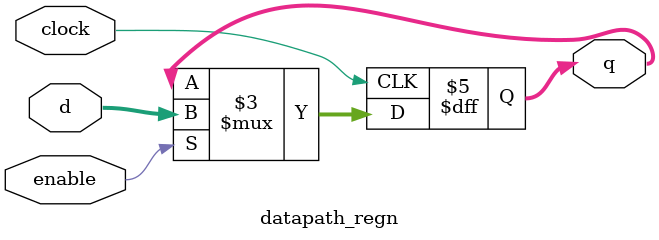
<source format=v>
module datapath_regn(clock, enable, d, q);
	input clock, enable;
	input [15:0] d;
	output reg [15:0] q;
	always @(posedge clock) begin
		if (enable == 1'b1)
			q <= d;
	end
endmodule
</source>
